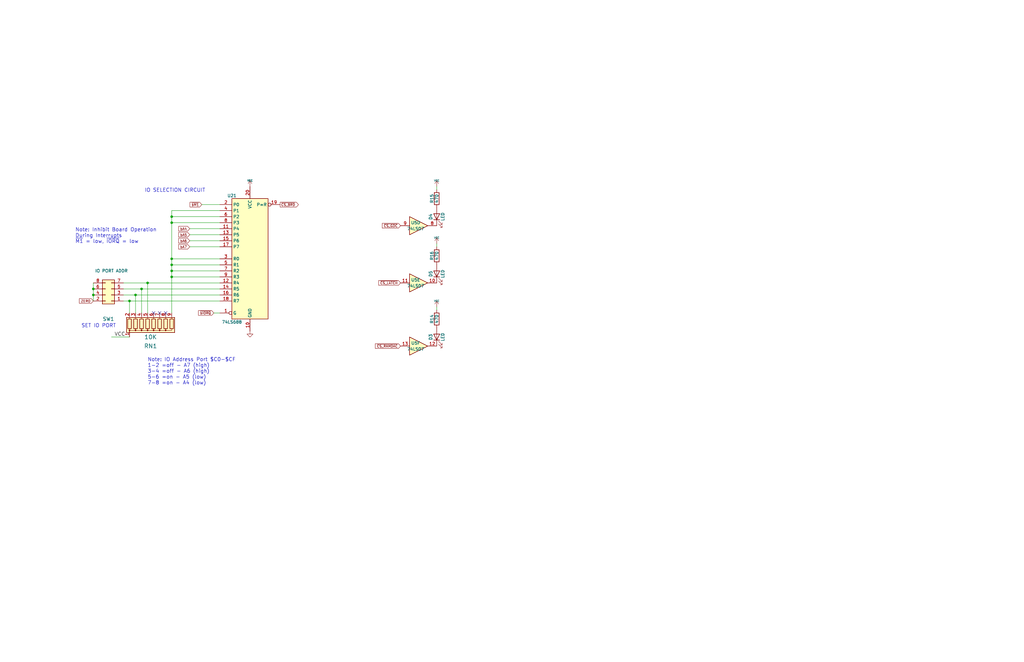
<source format=kicad_sch>
(kicad_sch (version 20211123) (generator eeschema)
  (paper "B")
  (lib_symbols
    (symbol "74xx:74LS07" (pin_names (offset 1.016))
      (property "Reference" "U" (at 0 1.27 0))
      (property "Value" "74LS07" (at 0 -1.27 0))
      (symbol "74LS07_1_0"
        (polyline (pts (xy -3.81 3.81) (xy -3.81 -3.81) (xy 3.81 0) (xy -3.81 3.81)) (stroke (width 0.254)) (fill (type background)))
        (pin input line (at -7.62 0 0) (length 3.81) (name "~") (number "1"))
        (pin open_collector line (at 7.62 0 180) (length 3.81) (name "~") (number "2"))
      )
      (symbol "74LS07_2_0"
        (polyline (pts (xy -3.81 3.81) (xy -3.81 -3.81) (xy 3.81 0) (xy -3.81 3.81)) (stroke (width 0.254)) (fill (type background)))
        (pin input line (at -7.62 0 0) (length 3.81) (name "~") (number "3"))
        (pin open_collector line (at 7.62 0 180) (length 3.81) (name "~") (number "4"))
      )
      (symbol "74LS07_3_0"
        (polyline (pts (xy -3.81 3.81) (xy -3.81 -3.81) (xy 3.81 0) (xy -3.81 3.81)) (stroke (width 0.254)) (fill (type background)))
        (pin input line (at -7.62 0 0) (length 3.81) (name "~") (number "5"))
        (pin open_collector line (at 7.62 0 180) (length 3.81) (name "~") (number "6"))
      )
      (symbol "74LS07_4_0"
        (polyline (pts (xy -3.81 3.81) (xy -3.81 -3.81) (xy 3.81 0) (xy -3.81 3.81)) (stroke (width 0.254)) (fill (type background)))
        (pin open_collector line (at 7.62 0 180) (length 3.81) (name "~") (number "8"))
        (pin input line (at -7.62 0 0) (length 3.81) (name "~") (number "9"))
      )
      (symbol "74LS07_5_0"
        (polyline (pts (xy -3.81 3.81) (xy -3.81 -3.81) (xy 3.81 0) (xy -3.81 3.81)) (stroke (width 0.254)) (fill (type background)))
        (pin open_collector line (at 7.62 0 180) (length 3.81) (name "~") (number "10"))
        (pin input line (at -7.62 0 0) (length 3.81) (name "~") (number "11"))
      )
      (symbol "74LS07_6_0"
        (polyline (pts (xy -3.81 3.81) (xy -3.81 -3.81) (xy 3.81 0) (xy -3.81 3.81)) (stroke (width 0.254)) (fill (type background)))
        (pin open_collector line (at 7.62 0 180) (length 3.81) (name "~") (number "12"))
        (pin input line (at -7.62 0 0) (length 3.81) (name "~") (number "13"))
      )
      (symbol "74LS07_7_0"
        (pin power_in line (at 0 12.7 270) (length 5.08) (name "VCC") (number "14"))
        (pin power_in line (at 0 -12.7 90) (length 5.08) (name "GND") (number "7"))
      )
      (symbol "74LS07_7_1"
        (rectangle (start -5.08 7.62) (end 5.08 -7.62) (stroke (width 0.254)) (fill (type background)))
      )
    )
    (symbol "74xx:74LS688"
      (property "Reference" "U" (at -7.62 26.67 0))
      (property "Value" "74LS688" (at -7.62 -26.67 0))
      (symbol "74LS688_1_0"
        (pin input inverted (at -12.7 -22.86 0) (length 5.08) (name "G") (number "1"))
        (pin power_in line (at 0 -30.48 90) (length 5.08) (name "GND") (number "10"))
        (pin input line (at -12.7 12.7 0) (length 5.08) (name "P4") (number "11"))
        (pin input line (at -12.7 -10.16 0) (length 5.08) (name "R4") (number "12"))
        (pin input line (at -12.7 10.16 0) (length 5.08) (name "P5") (number "13"))
        (pin input line (at -12.7 -12.7 0) (length 5.08) (name "R5") (number "14"))
        (pin input line (at -12.7 7.62 0) (length 5.08) (name "P6") (number "15"))
        (pin input line (at -12.7 -15.24 0) (length 5.08) (name "R6") (number "16"))
        (pin input line (at -12.7 5.08 0) (length 5.08) (name "P7") (number "17"))
        (pin input line (at -12.7 -17.78 0) (length 5.08) (name "R7") (number "18"))
        (pin output inverted (at 12.7 22.86 180) (length 5.08) (name "P=R") (number "19"))
        (pin input line (at -12.7 22.86 0) (length 5.08) (name "P0") (number "2"))
        (pin power_in line (at 0 30.48 270) (length 5.08) (name "VCC") (number "20"))
        (pin input line (at -12.7 0 0) (length 5.08) (name "R0") (number "3"))
        (pin input line (at -12.7 20.32 0) (length 5.08) (name "P1") (number "4"))
        (pin input line (at -12.7 -2.54 0) (length 5.08) (name "R1") (number "5"))
        (pin input line (at -12.7 17.78 0) (length 5.08) (name "P2") (number "6"))
        (pin input line (at -12.7 -5.08 0) (length 5.08) (name "R2") (number "7"))
        (pin input line (at -12.7 15.24 0) (length 5.08) (name "P3") (number "8"))
        (pin input line (at -12.7 -7.62 0) (length 5.08) (name "R3") (number "9"))
      )
      (symbol "74LS688_1_1"
        (rectangle (start -7.62 25.4) (end 7.62 -25.4) (stroke (width 0.254)) (fill (type background)))
      )
    )
    (symbol "Connector_Generic:Conn_02x04_Odd_Even" (pin_names (offset 1.016) hide)
      (property "Reference" "J" (at 1.27 5.08 0))
      (property "Value" "Conn_02x04_Odd_Even" (at 1.27 -7.62 0))
      (symbol "Conn_02x04_Odd_Even_1_1"
        (rectangle (start -1.27 -4.953) (end 0 -5.207) (stroke (width 0.1524)))
        (rectangle (start -1.27 -2.413) (end 0 -2.667) (stroke (width 0.1524)))
        (rectangle (start -1.27 0.127) (end 0 -0.127) (stroke (width 0.1524)))
        (rectangle (start -1.27 2.667) (end 0 2.413) (stroke (width 0.1524)))
        (rectangle (start -1.27 3.81) (end 3.81 -6.35) (stroke (width 0.254)) (fill (type background)))
        (rectangle (start 3.81 -4.953) (end 2.54 -5.207) (stroke (width 0.1524)))
        (rectangle (start 3.81 -2.413) (end 2.54 -2.667) (stroke (width 0.1524)))
        (rectangle (start 3.81 0.127) (end 2.54 -0.127) (stroke (width 0.1524)))
        (rectangle (start 3.81 2.667) (end 2.54 2.413) (stroke (width 0.1524)))
        (pin passive line (at -5.08 2.54 0) (length 3.81) (name "Pin_1") (number "1"))
        (pin passive line (at 7.62 2.54 180) (length 3.81) (name "Pin_2") (number "2"))
        (pin passive line (at -5.08 0 0) (length 3.81) (name "Pin_3") (number "3"))
        (pin passive line (at 7.62 0 180) (length 3.81) (name "Pin_4") (number "4"))
        (pin passive line (at -5.08 -2.54 0) (length 3.81) (name "Pin_5") (number "5"))
        (pin passive line (at 7.62 -2.54 180) (length 3.81) (name "Pin_6") (number "6"))
        (pin passive line (at -5.08 -5.08 0) (length 3.81) (name "Pin_7") (number "7"))
        (pin passive line (at 7.62 -5.08 180) (length 3.81) (name "Pin_8") (number "8"))
      )
    )
    (symbol "Device:LED" (pin_numbers hide) (pin_names (offset 1.016) hide)
      (property "Reference" "D" (at 0 2.54 0))
      (property "Value" "LED" (at 0 -2.54 0))
      (symbol "LED_0_1"
        (polyline (pts (xy -1.27 -1.27) (xy -1.27 1.27)) (stroke (width 0.254)))
        (polyline (pts (xy -1.27 0) (xy 1.27 0)))
        (polyline (pts (xy 1.27 -1.27) (xy 1.27 1.27) (xy -1.27 0) (xy 1.27 -1.27)) (stroke (width 0.254)))
        (polyline (pts (xy -3.048 -0.762) (xy -4.572 -2.286) (xy -3.81 -2.286) (xy -4.572 -2.286) (xy -4.572 -1.524)))
        (polyline (pts (xy -1.778 -0.762) (xy -3.302 -2.286) (xy -2.54 -2.286) (xy -3.302 -2.286) (xy -3.302 -1.524)))
      )
      (symbol "LED_1_1"
        (pin passive line (at -3.81 0 0) (length 2.54) (name "K") (number "1"))
        (pin passive line (at 3.81 0 180) (length 2.54) (name "A") (number "2"))
      )
    )
    (symbol "Device:R" (pin_numbers hide) (pin_names (offset 0))
      (property "Reference" "R" (at 2.032 0 90))
      (property "Value" "R" (at 0 0 90))
      (symbol "R_0_1"
        (rectangle (start -1.016 -2.54) (end 1.016 2.54) (stroke (width 0.254)))
      )
      (symbol "R_1_1"
        (pin passive line (at 0 3.81 270) (length 1.27) (name "~") (number "1"))
        (pin passive line (at 0 -3.81 90) (length 1.27) (name "~") (number "2"))
      )
    )
    (symbol "Device:R_Network08" (pin_names (offset 0) hide)
      (property "Reference" "RN" (at -12.7 0 90))
      (property "Value" "R_Network08" (at 10.16 0 90))
      (symbol "R_Network08_0_1"
        (rectangle (start -11.43 -3.175) (end 8.89 3.175) (stroke (width 0.254)) (fill (type background)))
        (rectangle (start -10.922 1.524) (end -9.398 -2.54) (stroke (width 0.254)))
        (circle (center -10.16 2.286) (radius 0.254) (fill (type outline)))
        (rectangle (start -8.382 1.524) (end -6.858 -2.54) (stroke (width 0.254)))
        (circle (center -7.62 2.286) (radius 0.254) (fill (type outline)))
        (rectangle (start -5.842 1.524) (end -4.318 -2.54) (stroke (width 0.254)))
        (circle (center -5.08 2.286) (radius 0.254) (fill (type outline)))
        (rectangle (start -3.302 1.524) (end -1.778 -2.54) (stroke (width 0.254)))
        (circle (center -2.54 2.286) (radius 0.254) (fill (type outline)))
        (rectangle (start -0.762 1.524) (end 0.762 -2.54) (stroke (width 0.254)))
        (polyline (pts (xy -10.16 -2.54) (xy -10.16 -3.81)))
        (polyline (pts (xy -7.62 -2.54) (xy -7.62 -3.81)))
        (polyline (pts (xy -5.08 -2.54) (xy -5.08 -3.81)))
        (polyline (pts (xy -2.54 -2.54) (xy -2.54 -3.81)))
        (polyline (pts (xy 0 -2.54) (xy 0 -3.81)))
        (polyline (pts (xy 2.54 -2.54) (xy 2.54 -3.81)))
        (polyline (pts (xy 5.08 -2.54) (xy 5.08 -3.81)))
        (polyline (pts (xy 7.62 -2.54) (xy 7.62 -3.81)))
        (polyline (pts (xy -10.16 1.524) (xy -10.16 2.286) (xy -7.62 2.286) (xy -7.62 1.524)))
        (polyline (pts (xy -7.62 1.524) (xy -7.62 2.286) (xy -5.08 2.286) (xy -5.08 1.524)))
        (polyline (pts (xy -5.08 1.524) (xy -5.08 2.286) (xy -2.54 2.286) (xy -2.54 1.524)))
        (polyline (pts (xy -2.54 1.524) (xy -2.54 2.286) (xy 0 2.286) (xy 0 1.524)))
        (polyline (pts (xy 0 1.524) (xy 0 2.286) (xy 2.54 2.286) (xy 2.54 1.524)))
        (polyline (pts (xy 2.54 1.524) (xy 2.54 2.286) (xy 5.08 2.286) (xy 5.08 1.524)))
        (polyline (pts (xy 5.08 1.524) (xy 5.08 2.286) (xy 7.62 2.286) (xy 7.62 1.524)))
        (circle (center 0 2.286) (radius 0.254) (fill (type outline)))
        (rectangle (start 1.778 1.524) (end 3.302 -2.54) (stroke (width 0.254)))
        (circle (center 2.54 2.286) (radius 0.254) (fill (type outline)))
        (rectangle (start 4.318 1.524) (end 5.842 -2.54) (stroke (width 0.254)))
        (circle (center 5.08 2.286) (radius 0.254) (fill (type outline)))
        (rectangle (start 6.858 1.524) (end 8.382 -2.54) (stroke (width 0.254)))
      )
      (symbol "R_Network08_1_1"
        (pin passive line (at -10.16 5.08 270) (length 2.54) (name "common") (number "1"))
        (pin passive line (at -10.16 -5.08 90) (length 1.27) (name "R1") (number "2"))
        (pin passive line (at -7.62 -5.08 90) (length 1.27) (name "R2") (number "3"))
        (pin passive line (at -5.08 -5.08 90) (length 1.27) (name "R3") (number "4"))
        (pin passive line (at -2.54 -5.08 90) (length 1.27) (name "R4") (number "5"))
        (pin passive line (at 0 -5.08 90) (length 1.27) (name "R5") (number "6"))
        (pin passive line (at 2.54 -5.08 90) (length 1.27) (name "R6") (number "7"))
        (pin passive line (at 5.08 -5.08 90) (length 1.27) (name "R7") (number "8"))
        (pin passive line (at 7.62 -5.08 90) (length 1.27) (name "R8") (number "9"))
      )
    )
    (symbol "power:GND" (power) (pin_names (offset 0))
      (property "Value" "GND" (at 0 -3.81 0))
      (symbol "GND_0_1"
        (polyline (pts (xy 0 0) (xy 0 -1.27) (xy 1.27 -1.27) (xy 0 -2.54) (xy -1.27 -1.27) (xy 0 -1.27)))
      )
      (symbol "GND_1_1"
        (pin power_in line (at 0 0 270) (length 0) hide (name "GND") (number "1"))
      )
    )
    (symbol "power:VCC" (power) (pin_names (offset 0))
      (property "Value" "VCC" (at 0 3.81 0))
      (symbol "VCC_0_1"
        (polyline (pts (xy -0.762 1.27) (xy 0 2.54)))
        (polyline (pts (xy 0 0) (xy 0 2.54)))
        (polyline (pts (xy 0 2.54) (xy 0.762 1.27)))
      )
      (symbol "VCC_1_1"
        (pin power_in line (at 0 0 90) (length 0) hide (name "VCC") (number "1"))
      )
    )
  )
  (junction (at 39.37 124.46))
  (junction (at 72.39 91.44))
  (junction (at 57.15 124.46))
  (junction (at 72.39 114.3))
  (junction (at 72.39 116.84))
  (junction (at 72.39 93.98))
  (junction (at 59.69 121.92))
  (junction (at 54.61 127))
  (junction (at 39.37 121.92))
  (junction (at 72.39 109.22))
  (junction (at 72.39 111.76))
  (junction (at 62.23 119.38))
  (no_connect (at 67.31 132.08))
  (no_connect (at 64.77 132.08))
  (no_connect (at 69.85 132.08))
  (wire (pts (xy 85.09 86.36) (xy 92.71 86.36)))
  (wire (pts (xy 72.39 116.84) (xy 92.71 116.84)))
  (wire (pts (xy 39.37 119.38) (xy 39.37 121.92)))
  (wire (pts (xy 59.69 121.92) (xy 92.71 121.92)))
  (wire (pts (xy 72.39 91.44) (xy 92.71 91.44)))
  (wire (pts (xy 184.15 104.14) (xy 184.15 102.87)))
  (wire (pts (xy 52.07 124.46) (xy 57.15 124.46)))
  (wire (pts (xy 54.61 132.08) (xy 54.61 127)))
  (wire (pts (xy 57.15 124.46) (xy 92.71 124.46)))
  (wire (pts (xy 72.39 111.76) (xy 92.71 111.76)))
  (wire (pts (xy 72.39 93.98) (xy 72.39 109.22)))
  (wire (pts (xy 39.37 124.46) (xy 39.37 127)))
  (wire (pts (xy 72.39 93.98) (xy 92.71 93.98)))
  (wire (pts (xy 62.23 132.08) (xy 62.23 119.38)))
  (wire (pts (xy 54.61 127) (xy 92.71 127)))
  (wire (pts (xy 80.01 101.6) (xy 92.71 101.6)))
  (wire (pts (xy 46.99 142.24) (xy 54.61 142.24)))
  (wire (pts (xy 72.39 114.3) (xy 72.39 116.84)))
  (wire (pts (xy 52.07 119.38) (xy 62.23 119.38)))
  (wire (pts (xy 39.37 121.92) (xy 39.37 124.46)))
  (wire (pts (xy 184.15 80.01) (xy 184.15 78.74)))
  (wire (pts (xy 184.15 130.81) (xy 184.15 129.54)))
  (wire (pts (xy 72.39 88.9) (xy 72.39 91.44)))
  (wire (pts (xy 52.07 121.92) (xy 59.69 121.92)))
  (wire (pts (xy 72.39 114.3) (xy 92.71 114.3)))
  (wire (pts (xy 72.39 88.9) (xy 92.71 88.9)))
  (wire (pts (xy 59.69 132.08) (xy 59.69 121.92)))
  (wire (pts (xy 80.01 96.52) (xy 92.71 96.52)))
  (wire (pts (xy 80.01 99.06) (xy 92.71 99.06)))
  (wire (pts (xy 80.01 104.14) (xy 92.71 104.14)))
  (wire (pts (xy 72.39 111.76) (xy 72.39 114.3)))
  (wire (pts (xy 72.39 109.22) (xy 72.39 111.76)))
  (wire (pts (xy 57.15 132.08) (xy 57.15 124.46)))
  (wire (pts (xy 92.71 109.22) (xy 72.39 109.22)))
  (wire (pts (xy 62.23 119.38) (xy 92.71 119.38)))
  (wire (pts (xy 92.71 132.08) (xy 90.17 132.08)))
  (wire (pts (xy 52.07 127) (xy 54.61 127)))
  (wire (pts (xy 72.39 116.84) (xy 72.39 132.08)))
  (wire (pts (xy 72.39 91.44) (xy 72.39 93.98)))
  (text "SET IO PORT" (at 34.29 138.43 0) (effects (font (size 1.524 1.524)) (justify left bottom)))
  (text "Note: IO Address Port $C0-$CF\n1-2 =off - A7 (high)\n3-4 =off - A6 (high)\n5-6 =on - A5 (low)\n7-8 =on - A4 (low)" (at 62.23 162.56 0) (effects (font (size 1.524 1.524)) (justify left bottom)))
  (text "IO SELECTION CIRCUIT" (at 60.96 81.28 0) (effects (font (size 1.524 1.524)) (justify left bottom)))
  (text "Note: Inhibit Board Operation\nDuring Interrupts\n~{M1} = low, ~{IORQ} = low" (at 31.75 102.87 0) (effects (font (size 1.524 1.524)) (justify left bottom)))
  (label "VCC" (at 48.26 142.24 0) (effects (font (size 1.524 1.524))))
  (global_label "bA4" (shape input) (at 80.01 96.52 180) (effects (font (size 1.016 1.016))) (property "Intersheet References" "${INTERSHEET_REFS}" (effects hide)))
  (global_label "~{CS_RAMDAC}" (shape input) (at 168.91 146.05 180) (effects (font (size 1.016 1.016))) (property "Intersheet References" "${INTERSHEET_REFS}" (effects hide)))
  (global_label "~{CS_LATCH}" (shape input) (at 168.91 119.38 180) (effects (font (size 1.016 1.016))) (property "Intersheet References" "${INTERSHEET_REFS}" (effects hide)))
  (global_label "bA6" (shape input) (at 80.01 101.6 180) (effects (font (size 1.016 1.016))) (property "Intersheet References" "${INTERSHEET_REFS}" (effects hide)))
  (global_label "~{bIORQ}" (shape input) (at 90.17 132.08 180) (effects (font (size 1.016 1.016))) (property "Intersheet References" "${INTERSHEET_REFS}" (effects hide)))
  (global_label "ZERO" (shape input) (at 39.37 127 180) (effects (font (size 1.016 1.016))) (property "Intersheet References" "${INTERSHEET_REFS}" (effects hide)))
  (global_label "bA5" (shape input) (at 80.01 99.06 180) (effects (font (size 1.016 1.016))) (property "Intersheet References" "${INTERSHEET_REFS}" (effects hide)))
  (global_label "~{CS_GDC}" (shape input) (at 168.91 95.25 180) (effects (font (size 1.016 1.016))) (property "Intersheet References" "${INTERSHEET_REFS}" (effects hide)))
  (global_label "~{CS_BRD}" (shape output) (at 118.11 86.36 0) (effects (font (size 1.016 1.016))) (property "Intersheet References" "${INTERSHEET_REFS}" (effects hide)))
  (global_label "bA7" (shape input) (at 80.01 104.14 180) (effects (font (size 1.016 1.016))) (property "Intersheet References" "${INTERSHEET_REFS}" (effects hide)))
  (global_label "~{bM1}" (shape input) (at 85.09 86.36 180) (effects (font (size 1.016 1.016))) (property "Intersheet References" "${INTERSHEET_REFS}" (effects hide)))
  (symbol (lib_id "Connector_Generic:Conn_02x04_Odd_Even") (at 46.99 124.46 180) (unit 1)
    (property "Reference" "SW1" (at 45.72 134.62 0) (effects (font (size 1.524 1.524))))
    (property "Value" "IO PORT ADDR" (at 46.99 114.3 0))
    (property "Footprint" "Connector_PinHeader_2.54mm:PinHeader_2x04_P2.54mm_Vertical" (effects hide))
  )
  (symbol (lib_id "power:VCC") (at 105.41 78.74 0) (unit 1)
    (property "Reference" "#PWR059" (effects hide))
    (property "Value" "VCC" (at 105.41 76.2 0) (effects (font (size 0.762 0.762))))
  )
  (symbol (lib_id "74xx:74LS688") (at 105.41 109.22 0) (unit 1)
    (property "Reference" "U21" (at 97.79 82.55 0))
    (property "Value" "74LS688" (at 97.79 135.89 0))
    (property "Footprint" "Package_DIP:DIP-20_W7.62mm" (effects hide))
    (property "Datasheet" "http://www.ti.com/lit/gpn/sn74LS688" (effects hide))
  )
  (symbol (lib_id "Device:R_Network08") (at 64.77 137.16 0) (mirror x) (unit 1)
    (property "Reference" "RN1" (at 63.5 146.05 0) (effects (font (size 1.778 1.778))))
    (property "Value" "10K" (at 63.5 142.24 0) (effects (font (size 1.778 1.778))))
    (property "Footprint" "Resistor_THT:R_Array_SIP9" (effects hide))
    (property "Datasheet" "http://www.vishay.com/docs/31509/csc.pdf" (effects hide))
  )
  (symbol (lib_id "power:GND") (at 105.41 139.7 0) (unit 1)
    (property "Reference" "#PWR060" (effects hide))
    (property "Value" "GND" (effects hide))
  )
  (symbol (lib_id "Device:R") (at 184.15 83.82 180) (unit 1)
    (property "Reference" "R15" (at 182.118 83.82 90))
    (property "Value" "470" (at 184.15 83.82 90))
    (property "Footprint" "Resistor_THT:R_Axial_DIN0207_L6.3mm_D2.5mm_P7.62mm_Horizontal" (effects hide))
  )
  (symbol (lib_id "power:VCC") (at 184.15 78.74 0) (unit 1)
    (property "Reference" "#PWR034" (effects hide))
    (property "Value" "VCC" (at 184.15 76.2 0) (effects (font (size 0.762 0.762))))
  )
  (symbol (lib_id "power:VCC") (at 184.15 102.87 0) (unit 1)
    (property "Reference" "#PWR078" (effects hide))
    (property "Value" "VCC" (at 184.15 100.33 0) (effects (font (size 0.762 0.762))))
  )
  (symbol (lib_id "Device:R") (at 184.15 107.95 180) (unit 1)
    (property "Reference" "R16" (at 182.118 107.95 90))
    (property "Value" "470" (at 184.15 107.95 90))
    (property "Footprint" "Resistor_THT:R_Axial_DIN0207_L6.3mm_D2.5mm_P7.62mm_Horizontal" (effects hide))
  )
  (symbol (lib_id "Device:LED") (at 184.15 142.24 90) (unit 1)
    (property "Reference" "D3" (at 181.61 142.24 0))
    (property "Value" "LED" (at 186.69 142.24 0))
    (property "Footprint" "LED_THT:LED_D3.0mm_Horizontal_O3.81mm_Z2.0mm" (effects hide))
  )
  (symbol (lib_id "74xx:74LS07") (at 176.53 119.38 0) (unit 5)
    (property "Reference" "U5" (at 175.26 118.11 0))
    (property "Value" "74LS07" (at 175.26 120.65 0))
    (property "Footprint" "Package_DIP:DIP-14_W7.62mm" (effects hide))
    (property "Datasheet" "www.ti.com/lit/ds/symlink/sn74ls07.pdf" (effects hide))
  )
  (symbol (lib_id "power:VCC") (at 184.15 129.54 0) (unit 1)
    (property "Reference" "#PWR033" (effects hide))
    (property "Value" "VCC" (at 184.15 127 0) (effects (font (size 0.762 0.762))))
  )
  (symbol (lib_id "Device:R") (at 184.15 134.62 180) (unit 1)
    (property "Reference" "R14" (at 182.118 134.62 90))
    (property "Value" "470" (at 184.15 134.62 90))
    (property "Footprint" "Resistor_THT:R_Axial_DIN0207_L6.3mm_D2.5mm_P7.62mm_Horizontal" (effects hide))
  )
  (symbol (lib_id "Device:LED") (at 184.15 91.44 90) (unit 1)
    (property "Reference" "D4" (at 181.61 91.44 0))
    (property "Value" "LED" (at 186.69 91.44 0))
    (property "Footprint" "LED_THT:LED_D3.0mm_Horizontal_O3.81mm_Z2.0mm" (effects hide))
  )
  (symbol (lib_id "74xx:74LS07") (at 176.53 95.25 0) (unit 4)
    (property "Reference" "U5" (at 175.26 93.98 0))
    (property "Value" "74LS07" (at 175.26 96.52 0))
    (property "Footprint" "Package_DIP:DIP-14_W7.62mm" (effects hide))
    (property "Datasheet" "www.ti.com/lit/ds/symlink/sn74ls07.pdf" (effects hide))
  )
  (symbol (lib_id "74xx:74LS07") (at 176.53 146.05 0) (unit 6)
    (property "Reference" "U5" (at 175.26 144.78 0))
    (property "Value" "74LS07" (at 175.26 147.32 0))
    (property "Footprint" "Package_DIP:DIP-14_W7.62mm" (effects hide))
    (property "Datasheet" "www.ti.com/lit/ds/symlink/sn74ls07.pdf" (effects hide))
  )
  (symbol (lib_id "Device:LED") (at 184.15 115.57 90) (unit 1)
    (property "Reference" "D5" (at 181.61 115.57 0))
    (property "Value" "LED" (at 186.69 115.57 0))
    (property "Footprint" "LED_THT:LED_D3.0mm_Horizontal_O3.81mm_Z2.0mm" (effects hide))
  )
)
</source>
